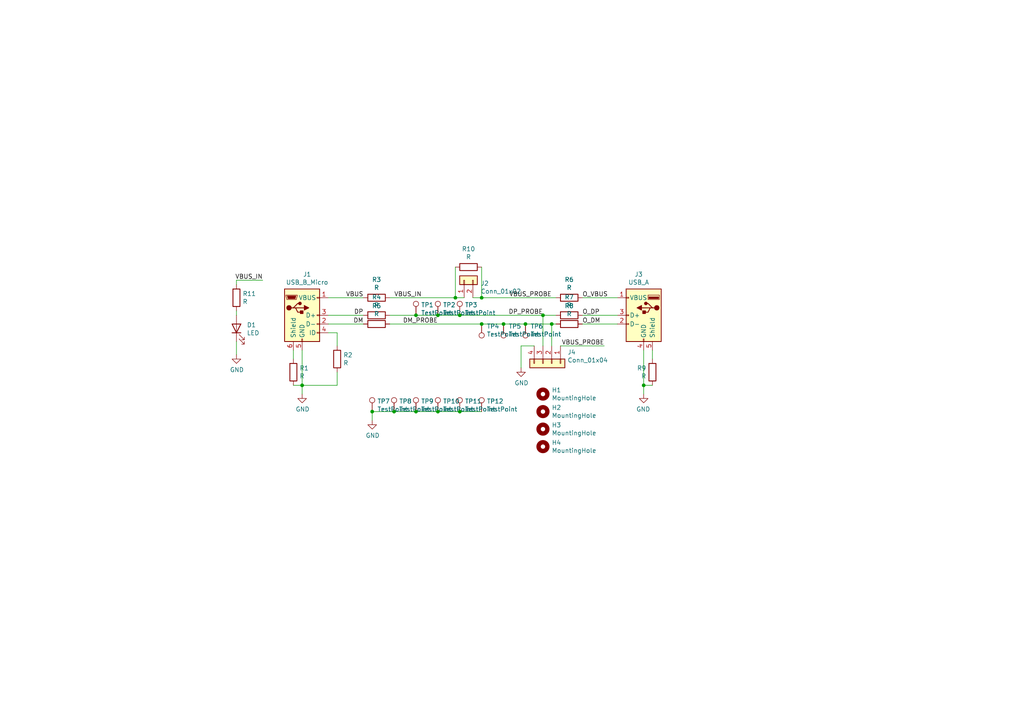
<source format=kicad_sch>
(kicad_sch (version 20230121) (generator eeschema)
  (paper "A4")
  (lib_symbols
    (symbol "Connector:TestPoint" (pin_numbers hide) (pin_names (offset 0.762) hide)
      (property "Reference" "TP" (at 0 6.858 0))
      (property "Value" "TestPoint" (at 0 5.08 0))
      (symbol "TestPoint_0_1"
        (circle (center 0 3.302) (radius 0.762))
      )
      (symbol "TestPoint_1_1"
        (pin passive line (at 0 0 90) (length 2.54) (name "1") (number "1"))
      )
    )
    (symbol "Connector:USB_A" (pin_names (offset 1.016))
      (property "Reference" "J" (at -5.08 11.43 0))
      (property "Value" "USB_A" (at -5.08 8.89 0))
      (symbol "USB_A_0_1"
        (rectangle (start -5.08 -7.62) (end 5.08 7.62) (stroke (width 0.254)) (fill (type background)))
        (circle (center -3.81 2.159) (radius 0.635) (stroke (width 0.254)) (fill (type outline)))
        (rectangle (start -1.524 4.826) (end -4.318 5.334) (fill (type outline)))
        (rectangle (start -1.27 4.572) (end -4.572 5.842))
        (circle (center -0.635 3.429) (radius 0.381) (stroke (width 0.254)) (fill (type outline)))
        (rectangle (start -0.127 -7.62) (end 0.127 -6.858))
        (polyline (pts (xy -3.175 2.159) (xy -2.54 2.159) (xy -1.27 3.429) (xy -0.635 3.429)) (stroke (width 0.254)))
        (polyline (pts (xy -2.54 2.159) (xy -1.905 2.159) (xy -1.27 0.889) (xy 0 0.889)) (stroke (width 0.254)))
        (polyline (pts (xy 0.635 2.794) (xy 0.635 1.524) (xy 1.905 2.159) (xy 0.635 2.794)) (stroke (width 0.254)) (fill (type outline)))
        (rectangle (start 0.254 1.27) (end -0.508 0.508) (stroke (width 0.254)) (fill (type outline)))
        (rectangle (start 5.08 -2.667) (end 4.318 -2.413))
        (rectangle (start 5.08 -0.127) (end 4.318 0.127))
        (rectangle (start 5.08 4.953) (end 4.318 5.207))
      )
      (symbol "USB_A_1_1"
        (polyline (pts (xy -1.905 2.159) (xy 0.635 2.159)) (stroke (width 0.254)))
        (pin power_in line (at 7.62 5.08 180) (length 2.54) (name "VBUS") (number "1"))
        (pin bidirectional line (at 7.62 -2.54 180) (length 2.54) (name "D-") (number "2"))
        (pin bidirectional line (at 7.62 0 180) (length 2.54) (name "D+") (number "3"))
        (pin power_in line (at 0 -10.16 90) (length 2.54) (name "GND") (number "4"))
        (pin passive line (at -2.54 -10.16 90) (length 2.54) (name "Shield") (number "5"))
      )
    )
    (symbol "Connector:USB_B_Micro" (pin_names (offset 1.016))
      (property "Reference" "J" (at -5.08 11.43 0))
      (property "Value" "USB_B_Micro" (at -5.08 8.89 0))
      (symbol "USB_B_Micro_0_1"
        (rectangle (start -5.08 -7.62) (end 5.08 7.62) (stroke (width 0.254)) (fill (type background)))
        (circle (center -3.81 2.159) (radius 0.635) (stroke (width 0.254)) (fill (type outline)))
        (circle (center -0.635 3.429) (radius 0.381) (stroke (width 0.254)) (fill (type outline)))
        (rectangle (start -0.127 -7.62) (end 0.127 -6.858))
        (polyline (pts (xy -1.905 2.159) (xy 0.635 2.159)) (stroke (width 0.254)))
        (polyline (pts (xy -3.175 2.159) (xy -2.54 2.159) (xy -1.27 3.429) (xy -0.635 3.429)) (stroke (width 0.254)))
        (polyline (pts (xy -2.54 2.159) (xy -1.905 2.159) (xy -1.27 0.889) (xy 0 0.889)) (stroke (width 0.254)))
        (polyline (pts (xy 0.635 2.794) (xy 0.635 1.524) (xy 1.905 2.159) (xy 0.635 2.794)) (stroke (width 0.254)) (fill (type outline)))
        (polyline (pts (xy -4.318 5.588) (xy -1.778 5.588) (xy -2.032 4.826) (xy -4.064 4.826) (xy -4.318 5.588)) (fill (type outline)))
        (polyline (pts (xy -4.699 5.842) (xy -4.699 5.588) (xy -4.445 4.826) (xy -4.445 4.572) (xy -1.651 4.572) (xy -1.651 4.826) (xy -1.397 5.588) (xy -1.397 5.842) (xy -4.699 5.842)))
        (rectangle (start 0.254 1.27) (end -0.508 0.508) (stroke (width 0.254)) (fill (type outline)))
        (rectangle (start 5.08 -5.207) (end 4.318 -4.953))
        (rectangle (start 5.08 -2.667) (end 4.318 -2.413))
        (rectangle (start 5.08 -0.127) (end 4.318 0.127))
        (rectangle (start 5.08 4.953) (end 4.318 5.207))
      )
      (symbol "USB_B_Micro_1_1"
        (pin power_out line (at 7.62 5.08 180) (length 2.54) (name "VBUS") (number "1"))
        (pin bidirectional line (at 7.62 -2.54 180) (length 2.54) (name "D-") (number "2"))
        (pin bidirectional line (at 7.62 0 180) (length 2.54) (name "D+") (number "3"))
        (pin passive line (at 7.62 -5.08 180) (length 2.54) (name "ID") (number "4"))
        (pin power_out line (at 0 -10.16 90) (length 2.54) (name "GND") (number "5"))
        (pin passive line (at -2.54 -10.16 90) (length 2.54) (name "Shield") (number "6"))
      )
    )
    (symbol "Connector_Generic:Conn_01x02" (pin_names (offset 1.016) hide)
      (property "Reference" "J" (at 0 2.54 0))
      (property "Value" "Conn_01x02" (at 0 -5.08 0))
      (symbol "Conn_01x02_1_1"
        (rectangle (start -1.27 -2.413) (end 0 -2.667) (stroke (width 0.1524)))
        (rectangle (start -1.27 0.127) (end 0 -0.127) (stroke (width 0.1524)))
        (rectangle (start -1.27 1.27) (end 1.27 -3.81) (stroke (width 0.254)) (fill (type background)))
        (pin passive line (at -5.08 0 0) (length 3.81) (name "Pin_1") (number "1"))
        (pin passive line (at -5.08 -2.54 0) (length 3.81) (name "Pin_2") (number "2"))
      )
    )
    (symbol "Connector_Generic:Conn_01x04" (pin_names (offset 1.016) hide)
      (property "Reference" "J" (at 0 5.08 0))
      (property "Value" "Conn_01x04" (at 0 -7.62 0))
      (symbol "Conn_01x04_1_1"
        (rectangle (start -1.27 -4.953) (end 0 -5.207) (stroke (width 0.1524)))
        (rectangle (start -1.27 -2.413) (end 0 -2.667) (stroke (width 0.1524)))
        (rectangle (start -1.27 0.127) (end 0 -0.127) (stroke (width 0.1524)))
        (rectangle (start -1.27 2.667) (end 0 2.413) (stroke (width 0.1524)))
        (rectangle (start -1.27 3.81) (end 1.27 -6.35) (stroke (width 0.254)) (fill (type background)))
        (pin passive line (at -5.08 2.54 0) (length 3.81) (name "Pin_1") (number "1"))
        (pin passive line (at -5.08 0 0) (length 3.81) (name "Pin_2") (number "2"))
        (pin passive line (at -5.08 -2.54 0) (length 3.81) (name "Pin_3") (number "3"))
        (pin passive line (at -5.08 -5.08 0) (length 3.81) (name "Pin_4") (number "4"))
      )
    )
    (symbol "Device:LED" (pin_numbers hide) (pin_names (offset 1.016) hide)
      (property "Reference" "D" (at 0 2.54 0))
      (property "Value" "LED" (at 0 -2.54 0))
      (symbol "LED_0_1"
        (polyline (pts (xy -1.27 -1.27) (xy -1.27 1.27)) (stroke (width 0.254)))
        (polyline (pts (xy -1.27 0) (xy 1.27 0)))
        (polyline (pts (xy 1.27 -1.27) (xy 1.27 1.27) (xy -1.27 0) (xy 1.27 -1.27)) (stroke (width 0.254)))
        (polyline (pts (xy -3.048 -0.762) (xy -4.572 -2.286) (xy -3.81 -2.286) (xy -4.572 -2.286) (xy -4.572 -1.524)))
        (polyline (pts (xy -1.778 -0.762) (xy -3.302 -2.286) (xy -2.54 -2.286) (xy -3.302 -2.286) (xy -3.302 -1.524)))
      )
      (symbol "LED_1_1"
        (pin passive line (at -3.81 0 0) (length 2.54) (name "K") (number "1"))
        (pin passive line (at 3.81 0 180) (length 2.54) (name "A") (number "2"))
      )
    )
    (symbol "Device:R" (pin_numbers hide) (pin_names (offset 0))
      (property "Reference" "R" (at 2.032 0 90))
      (property "Value" "R" (at 0 0 90))
      (symbol "R_0_1"
        (rectangle (start -1.016 -2.54) (end 1.016 2.54) (stroke (width 0.254)))
      )
      (symbol "R_1_1"
        (pin passive line (at 0 3.81 270) (length 1.27) (name "~") (number "1"))
        (pin passive line (at 0 -3.81 90) (length 1.27) (name "~") (number "2"))
      )
    )
    (symbol "Mechanical:MountingHole" (pin_names (offset 1.016))
      (property "Reference" "H" (at 0 5.08 0))
      (property "Value" "MountingHole" (at 0 3.175 0))
      (symbol "MountingHole_0_1"
        (circle (center 0 0) (radius 1.27) (stroke (width 1.27)))
      )
    )
    (symbol "power:GND" (power) (pin_names (offset 0))
      (property "Value" "GND" (at 0 -3.81 0))
      (symbol "GND_0_1"
        (polyline (pts (xy 0 0) (xy 0 -1.27) (xy 1.27 -1.27) (xy 0 -2.54) (xy -1.27 -1.27) (xy 0 -1.27)))
      )
      (symbol "GND_1_1"
        (pin power_in line (at 0 0 270) (length 0) hide (name "GND") (number "1"))
      )
    )
  )
  (junction (at 127 91.44))
  (junction (at 186.69 111.76))
  (junction (at 133.35 119.38))
  (junction (at 139.7 93.98))
  (junction (at 139.7 86.36))
  (junction (at 157.48 91.44))
  (junction (at 133.35 91.44))
  (junction (at 87.63 111.76))
  (junction (at 120.65 91.44))
  (junction (at 132.08 86.36))
  (junction (at 114.3 119.38))
  (junction (at 120.65 119.38))
  (junction (at 160.02 93.98))
  (junction (at 146.05 93.98))
  (junction (at 127 119.38))
  (junction (at 107.95 119.38))
  (junction (at 152.4 93.98))
  (wire (pts (xy 132.08 86.36) (xy 134.62 86.36)))
  (wire (pts (xy 186.69 101.6) (xy 186.69 111.76)))
  (wire (pts (xy 179.07 93.98) (xy 168.91 93.98)))
  (wire (pts (xy 160.02 93.98) (xy 152.4 93.98)))
  (wire (pts (xy 95.25 96.52) (xy 97.79 96.52)))
  (wire (pts (xy 87.63 111.76) (xy 87.63 114.3)))
  (wire (pts (xy 113.03 91.44) (xy 120.65 91.44)))
  (wire (pts (xy 127 91.44) (xy 133.35 91.44)))
  (wire (pts (xy 189.23 111.76) (xy 186.69 111.76)))
  (wire (pts (xy 139.7 93.98) (xy 113.03 93.98)))
  (wire (pts (xy 97.79 111.76) (xy 87.63 111.76)))
  (wire (pts (xy 152.4 93.98) (xy 146.05 93.98)))
  (wire (pts (xy 95.25 91.44) (xy 105.41 91.44)))
  (wire (pts (xy 189.23 101.6) (xy 189.23 104.14)))
  (wire (pts (xy 68.58 99.06) (xy 68.58 102.87)))
  (wire (pts (xy 151.13 100.33) (xy 151.13 106.68)))
  (wire (pts (xy 113.03 86.36) (xy 132.08 86.36)))
  (wire (pts (xy 139.7 77.47) (xy 139.7 86.36)))
  (wire (pts (xy 68.58 81.28) (xy 76.2 81.28)))
  (wire (pts (xy 120.65 119.38) (xy 127 119.38)))
  (wire (pts (xy 160.02 100.33) (xy 160.02 93.98)))
  (wire (pts (xy 179.07 86.36) (xy 168.91 86.36)))
  (wire (pts (xy 85.09 101.6) (xy 85.09 104.14)))
  (wire (pts (xy 139.7 86.36) (xy 161.29 86.36)))
  (wire (pts (xy 107.95 119.38) (xy 114.3 119.38)))
  (wire (pts (xy 161.29 93.98) (xy 160.02 93.98)))
  (wire (pts (xy 97.79 107.95) (xy 97.79 111.76)))
  (wire (pts (xy 133.35 119.38) (xy 139.7 119.38)))
  (wire (pts (xy 157.48 100.33) (xy 157.48 91.44)))
  (wire (pts (xy 68.58 82.55) (xy 68.58 81.28)))
  (wire (pts (xy 85.09 111.76) (xy 87.63 111.76)))
  (wire (pts (xy 146.05 93.98) (xy 139.7 93.98)))
  (wire (pts (xy 95.25 93.98) (xy 105.41 93.98)))
  (wire (pts (xy 120.65 91.44) (xy 127 91.44)))
  (wire (pts (xy 133.35 91.44) (xy 157.48 91.44)))
  (wire (pts (xy 179.07 91.44) (xy 168.91 91.44)))
  (wire (pts (xy 157.48 91.44) (xy 161.29 91.44)))
  (wire (pts (xy 107.95 119.38) (xy 107.95 121.92)))
  (wire (pts (xy 97.79 96.52) (xy 97.79 100.33)))
  (wire (pts (xy 87.63 101.6) (xy 87.63 111.76)))
  (wire (pts (xy 114.3 119.38) (xy 120.65 119.38)))
  (wire (pts (xy 186.69 111.76) (xy 186.69 114.3)))
  (wire (pts (xy 127 119.38) (xy 133.35 119.38)))
  (wire (pts (xy 162.56 100.33) (xy 175.26 100.33)))
  (wire (pts (xy 137.16 86.36) (xy 139.7 86.36)))
  (wire (pts (xy 154.94 100.33) (xy 151.13 100.33)))
  (wire (pts (xy 68.58 90.17) (xy 68.58 91.44)))
  (wire (pts (xy 132.08 77.47) (xy 132.08 86.36)))
  (wire (pts (xy 95.25 86.36) (xy 105.41 86.36)))
  (label "O_DP" (at 168.91 91.44 0))
  (label "VBUS_IN" (at 114.3 86.36 0))
  (label "VBUS_PROBE" (at 160.02 86.36 180))
  (label "DM_PROBE" (at 116.84 93.98 0))
  (label "VBUS_IN" (at 76.2 81.28 180))
  (label "VBUS" (at 105.41 86.36 180))
  (label "VBUS_PROBE" (at 175.26 100.33 180))
  (label "DM" (at 105.41 93.98 180))
  (label "O_VBUS" (at 168.91 86.36 0))
  (label "DP" (at 105.41 91.44 180))
  (label "DP_PROBE" (at 157.48 91.44 180))
  (label "O_DM" (at 168.91 93.98 0))
  (symbol (lib_id "Connector:USB_A") (at 186.69 91.44 0) (mirror y) (unit 1)
    (property "Reference" "J3" (at 185.2422 79.5782 0))
    (property "Value" "USB_A" (at 185.2422 81.8896 0))
    (property "Footprint" "Connector_USB:USB_A_Molex_67643_Horizontal" (effects hide))
    (property "Datasheet" " ~" (effects hide))
  )
  (symbol (lib_id "Connector:USB_B_Micro") (at 87.63 91.44 0) (unit 1)
    (property "Reference" "J1" (at 89.0778 79.5782 0))
    (property "Value" "USB_B_Micro" (at 89.0778 81.8896 0))
    (property "Footprint" "Connector_USB:USB_Micro-B_Amphenol_10118194_Horizontal" (effects hide))
  )
  (symbol (lib_id "power:GND") (at 87.63 114.3 0) (unit 1)
    (property "Reference" "#PWR0101" (effects hide))
    (property "Value" "GND" (at 87.757 118.6942 0))
  )
  (symbol (lib_id "Device:R") (at 85.09 107.95 0) (unit 1)
    (property "Reference" "R1" (at 86.868 106.7816 0) (effects (justify left)))
    (property "Value" "R" (at 86.868 109.093 0) (effects (justify left)))
    (property "Footprint" "Jumper:SolderJumper-2_P1.3mm_Bridged_Pad1.0x1.5mm" (effects hide))
  )
  (symbol (lib_id "power:GND") (at 186.69 114.3 0) (mirror y) (unit 1)
    (property "Reference" "#PWR0102" (effects hide))
    (property "Value" "GND" (at 186.563 118.6942 0))
  )
  (symbol (lib_id "Device:R") (at 189.23 107.95 0) (mirror y) (unit 1)
    (property "Reference" "R9" (at 187.452 106.7816 0) (effects (justify left)))
    (property "Value" "R" (at 187.452 109.093 0) (effects (justify left)))
    (property "Footprint" "Jumper:SolderJumper-2_P1.3mm_Bridged_Pad1.0x1.5mm" (effects hide))
  )
  (symbol (lib_id "Device:R") (at 97.79 104.14 0) (unit 1)
    (property "Reference" "R2" (at 99.568 102.9716 0) (effects (justify left)))
    (property "Value" "R" (at 99.568 105.283 0) (effects (justify left)))
    (property "Footprint" "Jumper:SolderJumper-2_P1.3mm_Bridged_Pad1.0x1.5mm" (effects hide))
  )
  (symbol (lib_id "Device:R") (at 109.22 86.36 270) (unit 1)
    (property "Reference" "R3" (at 109.22 81.1022 90))
    (property "Value" "R" (at 109.22 83.4136 90))
    (property "Footprint" "Jumper:SolderJumper-2_P1.3mm_Bridged_Pad1.0x1.5mm" (effects hide))
  )
  (symbol (lib_id "Device:R") (at 109.22 91.44 270) (unit 1)
    (property "Reference" "R4" (at 109.22 86.1822 90))
    (property "Value" "R" (at 109.22 88.4936 90))
    (property "Footprint" "Jumper:SolderJumper-2_P1.3mm_Bridged_Pad1.0x1.5mm" (effects hide))
  )
  (symbol (lib_id "Device:R") (at 109.22 93.98 270) (unit 1)
    (property "Reference" "R5" (at 109.22 88.7222 90))
    (property "Value" "R" (at 109.22 91.0336 90))
    (property "Footprint" "Jumper:SolderJumper-2_P1.3mm_Bridged_Pad1.0x1.5mm" (effects hide))
  )
  (symbol (lib_id "Device:R") (at 165.1 86.36 270) (unit 1)
    (property "Reference" "R6" (at 165.1 81.1022 90))
    (property "Value" "R" (at 165.1 83.4136 90))
    (property "Footprint" "Jumper:SolderJumper-2_P1.3mm_Bridged_Pad1.0x1.5mm" (effects hide))
  )
  (symbol (lib_id "Device:R") (at 165.1 91.44 270) (unit 1)
    (property "Reference" "R7" (at 165.1 86.1822 90))
    (property "Value" "R" (at 165.1 88.4936 90))
    (property "Footprint" "Jumper:SolderJumper-2_P1.3mm_Bridged_Pad1.0x1.5mm" (effects hide))
  )
  (symbol (lib_id "Device:R") (at 165.1 93.98 270) (unit 1)
    (property "Reference" "R8" (at 165.1 88.7222 90))
    (property "Value" "R" (at 165.1 91.0336 90))
    (property "Footprint" "Jumper:SolderJumper-2_P1.3mm_Bridged_Pad1.0x1.5mm" (effects hide))
  )
  (symbol (lib_id "Connector_Generic:Conn_01x02") (at 134.62 81.28 90) (unit 1)
    (property "Reference" "J2" (at 139.3952 82.1944 90) (effects (justify right)))
    (property "Value" "Conn_01x02" (at 139.3952 84.5058 90) (effects (justify right)))
    (property "Footprint" "Connector_PinHeader_2.54mm:PinHeader_1x02_P2.54mm_Vertical" (effects hide))
  )
  (symbol (lib_id "Connector:TestPoint") (at 120.65 91.44 0) (unit 1)
    (property "Reference" "TP1" (at 122.1232 88.4428 0) (effects (justify left)))
    (property "Value" "TestPoint" (at 122.1232 90.7542 0) (effects (justify left)))
    (property "Footprint" "TestPoint:TestPoint_THTPad_1.5x1.5mm_Drill0.7mm" (effects hide))
  )
  (symbol (lib_id "Connector:TestPoint") (at 127 91.44 0) (unit 1)
    (property "Reference" "TP2" (at 128.4732 88.4428 0) (effects (justify left)))
    (property "Value" "TestPoint" (at 128.4732 90.7542 0) (effects (justify left)))
    (property "Footprint" "TestPoint:TestPoint_THTPad_2.0x2.0mm_Drill1.0mm" (effects hide))
  )
  (symbol (lib_id "Connector:TestPoint") (at 133.35 91.44 0) (unit 1)
    (property "Reference" "TP3" (at 134.8232 88.4428 0) (effects (justify left)))
    (property "Value" "TestPoint" (at 134.8232 90.7542 0) (effects (justify left)))
    (property "Footprint" "TestPoint:TestPoint_THTPad_2.5x2.5mm_Drill1.2mm" (effects hide))
  )
  (symbol (lib_id "Connector:TestPoint") (at 139.7 93.98 180) (unit 1)
    (property "Reference" "TP4" (at 141.1732 94.6404 0) (effects (justify right)))
    (property "Value" "TestPoint" (at 141.1732 96.9518 0) (effects (justify right)))
    (property "Footprint" "TestPoint:TestPoint_THTPad_1.5x1.5mm_Drill0.7mm" (effects hide))
  )
  (symbol (lib_id "Connector:TestPoint") (at 146.05 93.98 180) (unit 1)
    (property "Reference" "TP5" (at 147.5232 94.6404 0) (effects (justify right)))
    (property "Value" "TestPoint" (at 147.5232 96.9518 0) (effects (justify right)))
    (property "Footprint" "TestPoint:TestPoint_THTPad_2.0x2.0mm_Drill1.0mm" (effects hide))
  )
  (symbol (lib_id "Connector:TestPoint") (at 152.4 93.98 180) (unit 1)
    (property "Reference" "TP6" (at 153.8732 94.6404 0) (effects (justify right)))
    (property "Value" "TestPoint" (at 153.8732 96.9518 0) (effects (justify right)))
    (property "Footprint" "TestPoint:TestPoint_THTPad_2.5x2.5mm_Drill1.2mm" (effects hide))
  )
  (symbol (lib_id "Mechanical:MountingHole") (at 157.48 124.46 0) (unit 1)
    (property "Reference" "H3" (at 160.02 123.2916 0) (effects (justify left)))
    (property "Value" "MountingHole" (at 160.02 125.603 0) (effects (justify left)))
    (property "Footprint" "MountingHole:MountingHole_2.2mm_M2_DIN965_Pad" (effects hide))
  )
  (symbol (lib_id "Mechanical:MountingHole") (at 157.48 129.54 0) (unit 1)
    (property "Reference" "H4" (at 160.02 128.3716 0) (effects (justify left)))
    (property "Value" "MountingHole" (at 160.02 130.683 0) (effects (justify left)))
    (property "Footprint" "MountingHole:MountingHole_2.2mm_M2_DIN965_Pad" (effects hide))
  )
  (symbol (lib_id "Mechanical:MountingHole") (at 157.48 119.38 0) (unit 1)
    (property "Reference" "H2" (at 160.02 118.2116 0) (effects (justify left)))
    (property "Value" "MountingHole" (at 160.02 120.523 0) (effects (justify left)))
    (property "Footprint" "MountingHole:MountingHole_2.2mm_M2_DIN965_Pad" (effects hide))
  )
  (symbol (lib_id "Mechanical:MountingHole") (at 157.48 114.3 0) (unit 1)
    (property "Reference" "H1" (at 160.02 113.1316 0) (effects (justify left)))
    (property "Value" "MountingHole" (at 160.02 115.443 0) (effects (justify left)))
    (property "Footprint" "MountingHole:MountingHole_2.2mm_M2_DIN965_Pad" (effects hide))
  )
  (symbol (lib_id "Connector:TestPoint") (at 114.3 119.38 0) (unit 1)
    (property "Reference" "TP8" (at 115.7732 116.3828 0) (effects (justify left)))
    (property "Value" "TestPoint" (at 115.7732 118.6942 0) (effects (justify left)))
    (property "Footprint" "TestPoint:TestPoint_THTPad_1.5x1.5mm_Drill0.7mm" (effects hide))
  )
  (symbol (lib_id "Connector:TestPoint") (at 107.95 119.38 0) (unit 1)
    (property "Reference" "TP7" (at 109.4232 116.3828 0) (effects (justify left)))
    (property "Value" "TestPoint" (at 109.4232 118.6942 0) (effects (justify left)))
    (property "Footprint" "TestPoint:TestPoint_THTPad_1.5x1.5mm_Drill0.7mm" (effects hide))
  )
  (symbol (lib_id "power:GND") (at 107.95 121.92 0) (unit 1)
    (property "Reference" "#PWR0103" (effects hide))
    (property "Value" "GND" (at 108.077 126.3142 0))
  )
  (symbol (lib_id "Connector:TestPoint") (at 127 119.38 0) (unit 1)
    (property "Reference" "TP10" (at 128.4732 116.3828 0) (effects (justify left)))
    (property "Value" "TestPoint" (at 128.4732 118.6942 0) (effects (justify left)))
    (property "Footprint" "TestPoint:TestPoint_THTPad_2.0x2.0mm_Drill1.0mm" (effects hide))
  )
  (symbol (lib_id "Connector:TestPoint") (at 120.65 119.38 0) (unit 1)
    (property "Reference" "TP9" (at 122.1232 116.3828 0) (effects (justify left)))
    (property "Value" "TestPoint" (at 122.1232 118.6942 0) (effects (justify left)))
    (property "Footprint" "TestPoint:TestPoint_THTPad_2.0x2.0mm_Drill1.0mm" (effects hide))
  )
  (symbol (lib_id "Connector:TestPoint") (at 139.7 119.38 0) (unit 1)
    (property "Reference" "TP12" (at 141.1732 116.3828 0) (effects (justify left)))
    (property "Value" "TestPoint" (at 141.1732 118.6942 0) (effects (justify left)))
    (property "Footprint" "TestPoint:TestPoint_THTPad_2.5x2.5mm_Drill1.2mm" (effects hide))
  )
  (symbol (lib_id "Connector:TestPoint") (at 133.35 119.38 0) (unit 1)
    (property "Reference" "TP11" (at 134.8232 116.3828 0) (effects (justify left)))
    (property "Value" "TestPoint" (at 134.8232 118.6942 0) (effects (justify left)))
    (property "Footprint" "TestPoint:TestPoint_THTPad_2.5x2.5mm_Drill1.2mm" (effects hide))
  )
  (symbol (lib_id "Connector_Generic:Conn_01x04") (at 160.02 105.41 270) (unit 1)
    (property "Reference" "J4" (at 164.592 102.1588 90) (effects (justify left)))
    (property "Value" "Conn_01x04" (at 164.592 104.4702 90) (effects (justify left)))
    (property "Footprint" "Connector_PinHeader_2.54mm:PinHeader_1x04_P2.54mm_Vertical" (effects hide))
  )
  (symbol (lib_id "power:GND") (at 151.13 106.68 0) (unit 1)
    (property "Reference" "#PWR0104" (effects hide))
    (property "Value" "GND" (at 151.257 111.0742 0))
  )
  (symbol (lib_id "Device:R") (at 135.89 77.47 270) (unit 1)
    (property "Reference" "R10" (at 135.89 72.2122 90))
    (property "Value" "R" (at 135.89 74.5236 90))
    (property "Footprint" "Jumper:SolderJumper-2_P1.3mm_Bridged_Pad1.0x1.5mm" (effects hide))
  )
  (symbol (lib_id "Device:R") (at 68.58 86.36 0) (unit 1)
    (property "Reference" "R11" (at 70.358 85.1916 0) (effects (justify left)))
    (property "Value" "R" (at 70.358 87.503 0) (effects (justify left)))
    (property "Footprint" "Resistor_SMD:R_0603_1608Metric_Pad0.98x0.95mm_HandSolder" (effects hide))
  )
  (symbol (lib_id "Device:LED") (at 68.58 95.25 90) (unit 1)
    (property "Reference" "D1" (at 71.5772 94.2594 90) (effects (justify right)))
    (property "Value" "LED" (at 71.5772 96.5708 90) (effects (justify right)))
    (property "Footprint" "LED_SMD:LED_0603_1608Metric_Pad1.05x0.95mm_HandSolder" (effects hide))
  )
  (symbol (lib_id "power:GND") (at 68.58 102.87 0) (unit 1)
    (property "Reference" "#PWR0105" (effects hide))
    (property "Value" "GND" (at 68.707 107.2642 0))
  )
)
</source>
